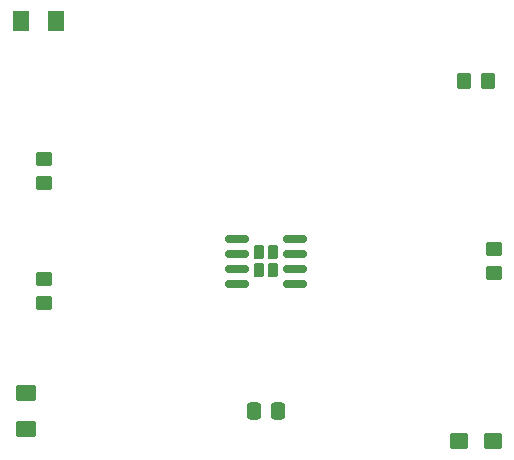
<source format=gbr>
%TF.GenerationSoftware,KiCad,Pcbnew,(6.0.10)*%
%TF.CreationDate,2023-02-17T09:15:59-08:00*%
%TF.ProjectId,excercise2,65786365-7263-4697-9365-322e6b696361,rev?*%
%TF.SameCoordinates,Original*%
%TF.FileFunction,Paste,Top*%
%TF.FilePolarity,Positive*%
%FSLAX46Y46*%
G04 Gerber Fmt 4.6, Leading zero omitted, Abs format (unit mm)*
G04 Created by KiCad (PCBNEW (6.0.10)) date 2023-02-17 09:15:59*
%MOMM*%
%LPD*%
G01*
G04 APERTURE LIST*
G04 Aperture macros list*
%AMRoundRect*
0 Rectangle with rounded corners*
0 $1 Rounding radius*
0 $2 $3 $4 $5 $6 $7 $8 $9 X,Y pos of 4 corners*
0 Add a 4 corners polygon primitive as box body*
4,1,4,$2,$3,$4,$5,$6,$7,$8,$9,$2,$3,0*
0 Add four circle primitives for the rounded corners*
1,1,$1+$1,$2,$3*
1,1,$1+$1,$4,$5*
1,1,$1+$1,$6,$7*
1,1,$1+$1,$8,$9*
0 Add four rect primitives between the rounded corners*
20,1,$1+$1,$2,$3,$4,$5,0*
20,1,$1+$1,$4,$5,$6,$7,0*
20,1,$1+$1,$6,$7,$8,$9,0*
20,1,$1+$1,$8,$9,$2,$3,0*%
G04 Aperture macros list end*
%ADD10RoundRect,0.250000X-0.450000X0.350000X-0.450000X-0.350000X0.450000X-0.350000X0.450000X0.350000X0*%
%ADD11RoundRect,0.250000X-0.350000X-0.450000X0.350000X-0.450000X0.350000X0.450000X-0.350000X0.450000X0*%
%ADD12RoundRect,0.250001X0.624999X-0.462499X0.624999X0.462499X-0.624999X0.462499X-0.624999X-0.462499X0*%
%ADD13RoundRect,0.250000X0.537500X0.425000X-0.537500X0.425000X-0.537500X-0.425000X0.537500X-0.425000X0*%
%ADD14RoundRect,0.250000X0.337500X0.475000X-0.337500X0.475000X-0.337500X-0.475000X0.337500X-0.475000X0*%
%ADD15RoundRect,0.230000X-0.230000X-0.375000X0.230000X-0.375000X0.230000X0.375000X-0.230000X0.375000X0*%
%ADD16RoundRect,0.150000X-0.825000X-0.150000X0.825000X-0.150000X0.825000X0.150000X-0.825000X0.150000X0*%
%ADD17RoundRect,0.250001X-0.462499X-0.624999X0.462499X-0.624999X0.462499X0.624999X-0.462499X0.624999X0*%
G04 APERTURE END LIST*
D10*
%TO.C,R2*%
X164100000Y-87900000D03*
X164100000Y-89900000D03*
%TD*%
%TO.C,R3*%
X126000000Y-80280000D03*
X126000000Y-82280000D03*
%TD*%
%TO.C,R4*%
X126000000Y-90440000D03*
X126000000Y-92440000D03*
%TD*%
D11*
%TO.C,R1*%
X161560000Y-73660000D03*
X163560000Y-73660000D03*
%TD*%
D12*
%TO.C,D2*%
X124460000Y-103087500D03*
X124460000Y-100112500D03*
%TD*%
D13*
%TO.C,C1*%
X163997500Y-104140000D03*
X161122500Y-104140000D03*
%TD*%
D14*
%TO.C,C2*%
X145817500Y-101600000D03*
X143742500Y-101600000D03*
%TD*%
D15*
%TO.C,U1*%
X145350000Y-89650000D03*
X144210000Y-88150000D03*
X144210000Y-89650000D03*
X145350000Y-88150000D03*
D16*
X142305000Y-86995000D03*
X142305000Y-88265000D03*
X142305000Y-89535000D03*
X142305000Y-90805000D03*
X147255000Y-90805000D03*
X147255000Y-89535000D03*
X147255000Y-88265000D03*
X147255000Y-86995000D03*
%TD*%
D17*
%TO.C,D1*%
X124025000Y-68580000D03*
X127000000Y-68580000D03*
%TD*%
M02*

</source>
